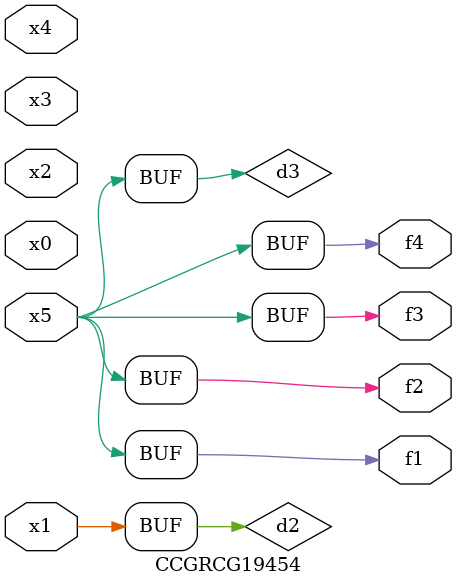
<source format=v>
module CCGRCG19454(
	input x0, x1, x2, x3, x4, x5,
	output f1, f2, f3, f4
);

	wire d1, d2, d3;

	not (d1, x5);
	or (d2, x1);
	xnor (d3, d1);
	assign f1 = d3;
	assign f2 = d3;
	assign f3 = d3;
	assign f4 = d3;
endmodule

</source>
